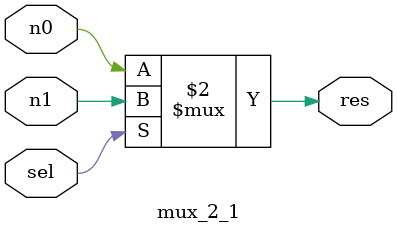
<source format=v>
`timescale 1ns / 1ps
module mux_2_1(
    input n0,
    input n1,
    output res,
    input sel
   );

	assign res = sel == 0 ? n0 : n1;

endmodule

</source>
